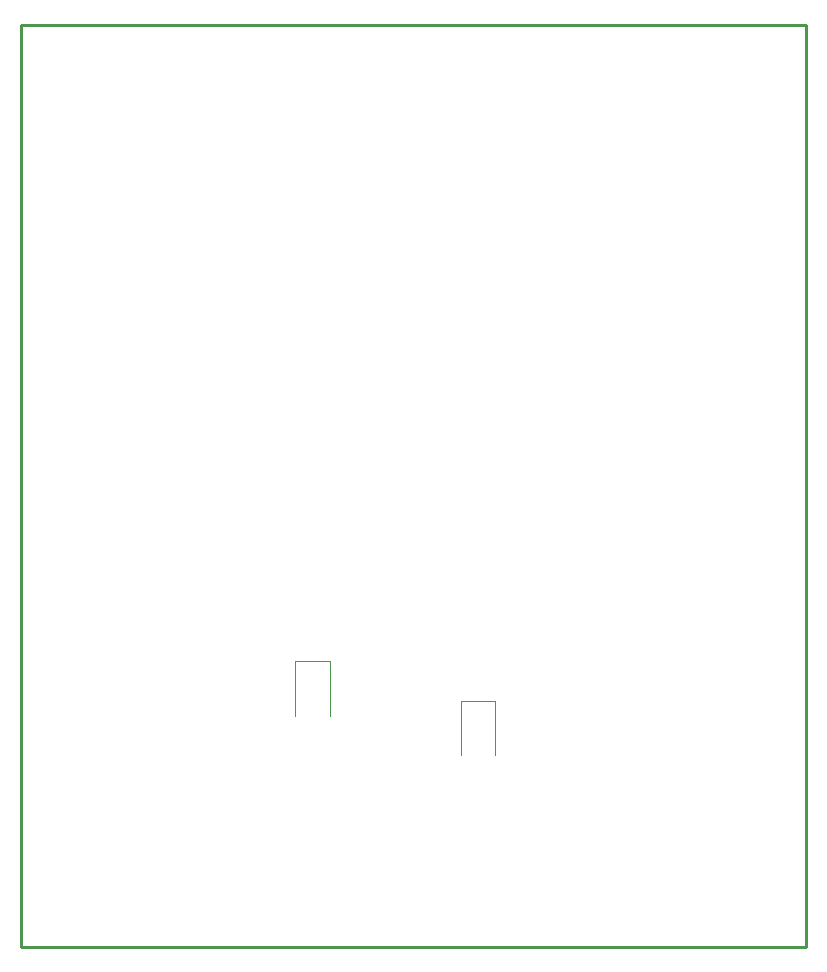
<source format=gm1>
%FSTAX23Y23*%
%MOIN*%
%SFA1B1*%

%IPPOS*%
%ADD12C,0.010000*%
%ADD86C,0.003937*%
%LNstrwl-p01-v01-1*%
%LPD*%
G54D12*
X0021Y03248D02*
X02825D01*
X0021Y00173D02*
Y03248D01*
X02825Y00173D02*
Y03248D01*
X0021Y03246D02*
Y03248D01*
X00212*
X0021Y00173D02*
X02825D01*
X0021D02*
X00212D01*
G54D86*
X01676Y00814D02*
Y00995D01*
X01791Y00814D02*
Y00995D01*
X01676D02*
X01791D01*
X01123Y00945D02*
Y01126D01*
X01238Y00945D02*
Y01126D01*
X01123D02*
X01238D01*
M02*
</source>
